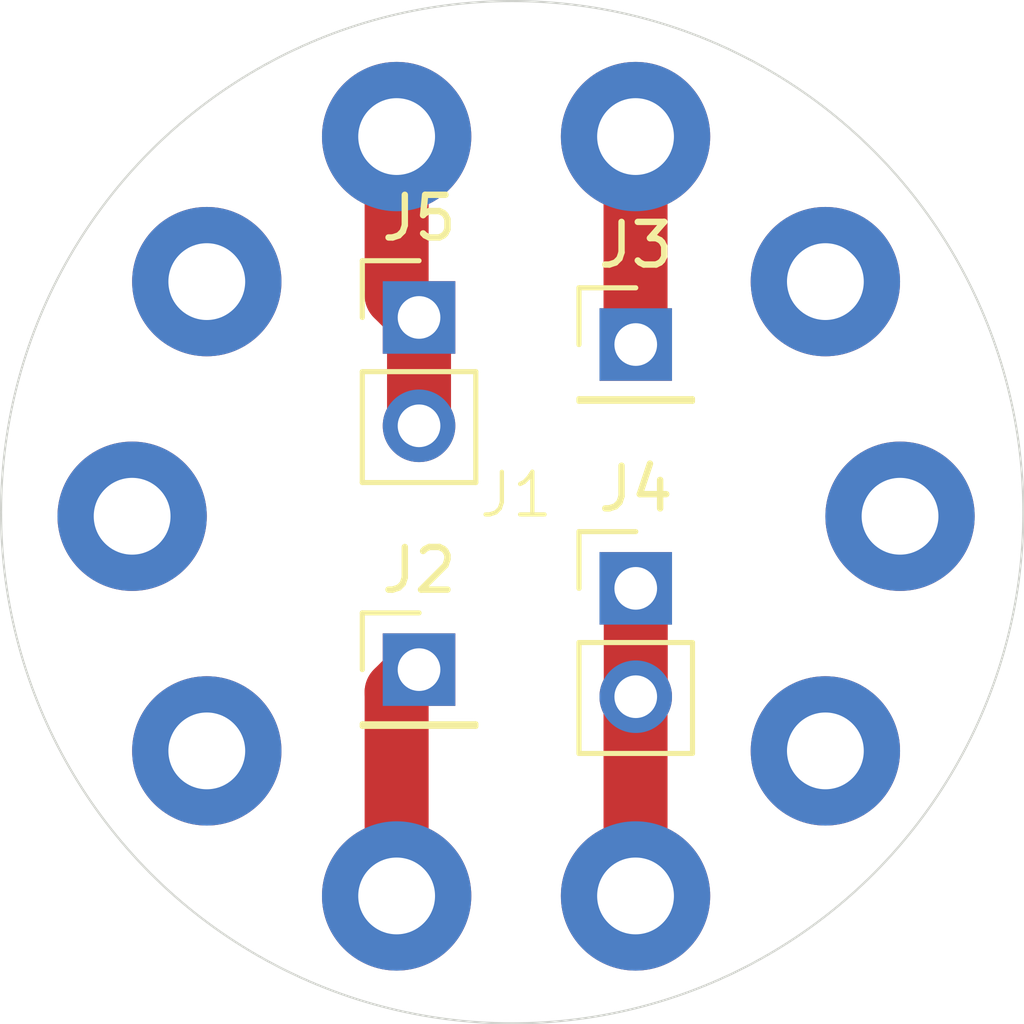
<source format=kicad_pcb>
(kicad_pcb (version 20240108) (generator "pcbnew") (generator_version "8.0")
  (layers (0 "F.Cu" signal) (31 "B.Cu" signal) (34 "B.Paste" user) (35 "F.Paste" user) (36 "B.SilkS" user "B.Silkscreen") (37 "F.SilkS" user "F.Silkscreen") (38 "B.Mask" user) (39 "F.Mask" user) (44 "Edge.Cuts" user))
  (net 0 "")
  (net 1 "Net-(J1-Pin_6)")
  (net 3 "Net-(J1-Pin_2)")
  (net 4 "Net-(J1-Pin_7)")
  (net 9 "Net-(J1-Pin_1)")
  (footprint "Rotary:Rotary2x5" (layer "F.Cu") (at 129.91 94.195)
    (property "Reference" "J1" (at 0 -0.5 0) (layer "F.SilkS") (effects (font (thickness 0.1))))
    (property "Value" "Conn_01x10")
    (pad "1" thru_hole circle (at -2.8 8.9) (size 3.5 3.5) (drill 1.8) (layers "*.Cu" "*.Mask") (net 9 "Net-(J1-Pin_1)"))
    (pad "2" thru_hole circle (at 2.8 8.9) (size 3.5 3.5) (drill 1.8) (layers "*.Cu" "*.Mask") (net 3 "Net-(J1-Pin_2)"))
    (pad "3" thru_hole circle (at 7.25 5.5) (size 3.5 3.5) (drill 1.8) (layers "*.Cu" "*.Mask"))
    (pad "4" thru_hole circle (at 9 0) (size 3.5 3.5) (drill 1.8) (layers "*.Cu" "*.Mask"))
    (pad "5" thru_hole circle (at 7.25 -5.5) (size 3.5 3.5) (drill 1.8) (layers "*.Cu" "*.Mask"))
    (pad "6" thru_hole circle (at 2.8 -8.9) (size 3.5 3.5) (drill 1.8) (layers "*.Cu" "*.Mask") (net 1 "Net-(J1-Pin_6)"))
    (pad "7" thru_hole circle (at -2.8 -8.9) (size 3.5 3.5) (drill 1.8) (layers "*.Cu" "*.Mask") (net 4 "Net-(J1-Pin_7)"))
    (pad "8" thru_hole circle (at -7.25 -5.5) (size 3.5 3.5) (drill 1.8) (layers "*.Cu" "*.Mask"))
    (pad "9" thru_hole circle (at -9 0) (size 3.5 3.5) (drill 1.8) (layers "*.Cu" "*.Mask"))
    (pad "10" thru_hole circle (at -7.25 5.5) (size 3.5 3.5) (drill 1.8) (layers "*.Cu" "*.Mask"))
  )
  (footprint "Connector_PinHeader_2.54mm:PinHeader_1x02_P2.54mm_Vertical" (layer "F.Cu") (at 132.715 95.885)
    (property "Reference" "J4" (at 0 -2.33 0) (layer "F.SilkS"))
    (property "Value" "Conn_01x02")
    (fp_line (start -1.33 -1.33) (end 0 -1.33) (stroke (width 0.12)) (layer "F.SilkS"))
    (fp_line (start -1.33 0) (end -1.33 -1.33) (stroke (width 0.12)) (layer "F.SilkS"))
    (fp_line (start -1.33 1.27) (end -1.33 3.87) (stroke (width 0.12)) (layer "F.SilkS"))
    (fp_line (start -1.33 1.27) (end 1.33 1.27) (stroke (width 0.12)) (layer "F.SilkS"))
    (fp_line (start -1.33 3.87) (end 1.33 3.87) (stroke (width 0.12)) (layer "F.SilkS"))
    (fp_line (start 1.33 1.27) (end 1.33 3.87) (stroke (width 0.12)) (layer "F.SilkS"))
    (pad "1" thru_hole rect (at 0 0) (size 1.7 1.7) (drill 1) (layers "*.Cu" "*.Mask") (net 3 "Net-(J1-Pin_2)"))
    (pad "2" thru_hole oval (at 0 2.54) (size 1.7 1.7) (drill 1) (layers "*.Cu" "*.Mask") (net 3 "Net-(J1-Pin_2)"))
  )
  (footprint "Connector_PinHeader_2.54mm:PinHeader_1x01_P2.54mm_Vertical" (layer "F.Cu") (at 132.715 90.17)
    (property "Reference" "J3" (at 0 -2.33 0) (layer "F.SilkS"))
    (property "Value" "Conn_01x01")
    (fp_line (start -1.33 -1.33) (end 0 -1.33) (stroke (width 0.12)) (layer "F.SilkS"))
    (fp_line (start -1.33 0) (end -1.33 -1.33) (stroke (width 0.12)) (layer "F.SilkS"))
    (fp_line (start -1.33 1.27) (end -1.33 1.33) (stroke (width 0.12)) (layer "F.SilkS"))
    (fp_line (start -1.33 1.27) (end 1.33 1.27) (stroke (width 0.12)) (layer "F.SilkS"))
    (fp_line (start -1.33 1.33) (end 1.33 1.33) (stroke (width 0.12)) (layer "F.SilkS"))
    (fp_line (start 1.33 1.27) (end 1.33 1.33) (stroke (width 0.12)) (layer "F.SilkS"))
    (pad "1" thru_hole rect (at 0 0) (size 1.7 1.7) (drill 1) (layers "*.Cu" "*.Mask") (net 1 "Net-(J1-Pin_6)"))
  )
  (footprint "Connector_PinHeader_2.54mm:PinHeader_1x02_P2.54mm_Vertical" (layer "F.Cu") (at 127.635 89.535)
    (property "Reference" "J5" (at 0 -2.33 0) (layer "F.SilkS"))
    (property "Value" "Conn_01x02")
    (fp_line (start -1.33 -1.33) (end 0 -1.33) (stroke (width 0.12)) (layer "F.SilkS"))
    (fp_line (start -1.33 0) (end -1.33 -1.33) (stroke (width 0.12)) (layer "F.SilkS"))
    (fp_line (start -1.33 1.27) (end -1.33 3.87) (stroke (width 0.12)) (layer "F.SilkS"))
    (fp_line (start -1.33 1.27) (end 1.33 1.27) (stroke (width 0.12)) (layer "F.SilkS"))
    (fp_line (start -1.33 3.87) (end 1.33 3.87) (stroke (width 0.12)) (layer "F.SilkS"))
    (fp_line (start 1.33 1.27) (end 1.33 3.87) (stroke (width 0.12)) (layer "F.SilkS"))
    (pad "1" thru_hole rect (at 0 0) (size 1.7 1.7) (drill 1) (layers "*.Cu" "*.Mask") (net 4 "Net-(J1-Pin_7)"))
    (pad "2" thru_hole oval (at 0 2.54) (size 1.7 1.7) (drill 1) (layers "*.Cu" "*.Mask") (net 4 "Net-(J1-Pin_7)"))
  )
  (footprint "Connector_PinHeader_2.54mm:PinHeader_1x01_P2.54mm_Vertical" (layer "F.Cu") (at 127.635 97.79)
    (property "Reference" "J2" (at 0 -2.33 0) (layer "F.SilkS"))
    (property "Value" "Conn_01x01")
    (fp_line (start -1.33 -1.33) (end 0 -1.33) (stroke (width 0.12)) (layer "F.SilkS"))
    (fp_line (start -1.33 0) (end -1.33 -1.33) (stroke (width 0.12)) (layer "F.SilkS"))
    (fp_line (start -1.33 1.27) (end -1.33 1.33) (stroke (width 0.12)) (layer "F.SilkS"))
    (fp_line (start -1.33 1.27) (end 1.33 1.27) (stroke (width 0.12)) (layer "F.SilkS"))
    (fp_line (start -1.33 1.33) (end 1.33 1.33) (stroke (width 0.12)) (layer "F.SilkS"))
    (fp_line (start 1.33 1.27) (end 1.33 1.33) (stroke (width 0.12)) (layer "F.SilkS"))
    (pad "1" thru_hole rect (at 0 0) (size 1.7 1.7) (drill 1) (layers "*.Cu" "*.Mask") (net 9 "Net-(J1-Pin_1)"))
  )
  (gr_circle (center 129.818844 94.1) (end 139.978844 87.75) (stroke (width 0.05)) (fill none) (layer "Edge.Cuts"))
  (segment (start 132.71 85.295) (end 132.71 90.165) (width 1.5) (layer "F.Cu") (net 1))
  (segment (start 132.71 90.165) (end 132.715 90.17) (width 1.5) (layer "F.Cu") (net 1))
  (segment (start 132.71 98.43) (end 132.715 98.425) (width 1.5) (layer "F.Cu") (net 3))
  (segment (start 132.715 98.425) (end 132.715 95.885) (width 1.5) (layer "F.Cu") (net 3))
  (segment (start 132.71 103.095) (end 132.71 98.43) (width 1.5) (layer "F.Cu") (net 3))
  (segment (start 127.635 89.535) (end 127.635 92.075) (width 1.5) (layer "F.Cu") (net 4))
  (segment (start 127.11 85.295) (end 127.11 89.01) (width 1.5) (layer "F.Cu") (net 4))
  (segment (start 127.11 89.01) (end 127.635 89.535) (width 1.5) (layer "F.Cu") (net 4))
  (segment (start 127.11 103.095) (end 127.11 98.315) (width 1.5) (layer "F.Cu") (net 9))
  (segment (start 127.11 98.315) (end 127.635 97.79) (width 1.5) (layer "F.Cu") (net 9))
)
</source>
